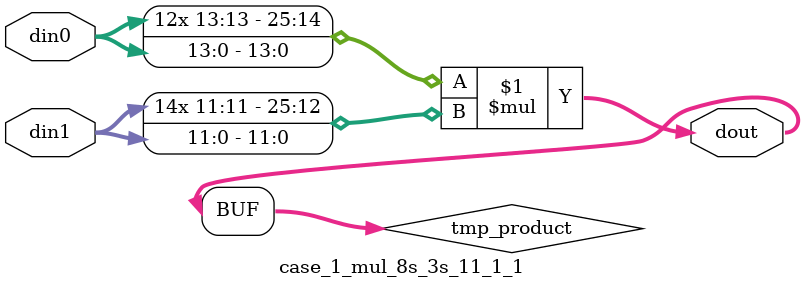
<source format=v>

`timescale 1 ns / 1 ps

 (* use_dsp = "no" *)  module case_1_mul_8s_3s_11_1_1(din0, din1, dout);
parameter ID = 1;
parameter NUM_STAGE = 0;
parameter din0_WIDTH = 14;
parameter din1_WIDTH = 12;
parameter dout_WIDTH = 26;

input [din0_WIDTH - 1 : 0] din0; 
input [din1_WIDTH - 1 : 0] din1; 
output [dout_WIDTH - 1 : 0] dout;

wire signed [dout_WIDTH - 1 : 0] tmp_product;



























assign tmp_product = $signed(din0) * $signed(din1);








assign dout = tmp_product;





















endmodule

</source>
